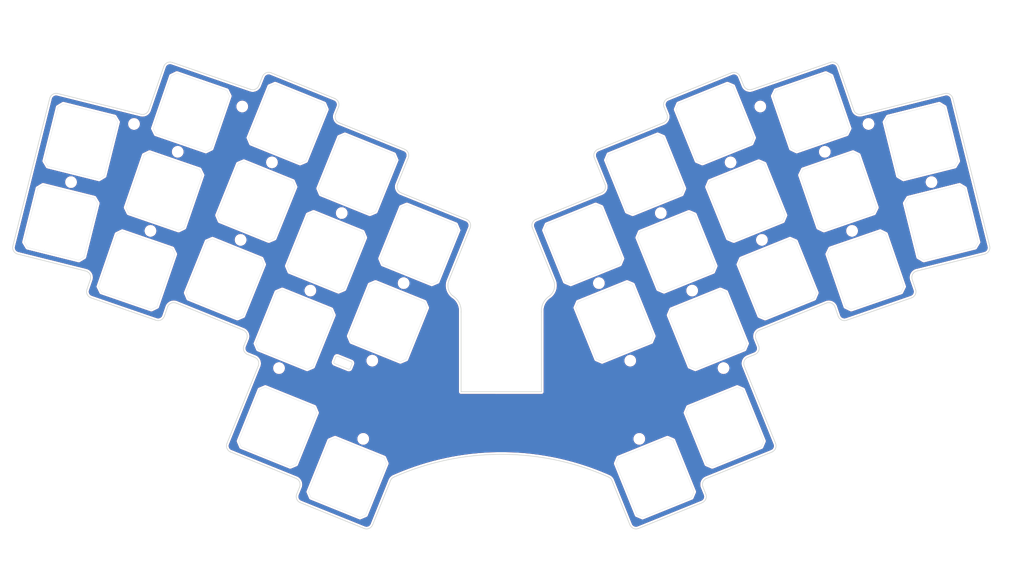
<source format=kicad_pcb>
(kicad_pcb (version 20240108) (generator "pcbnew") (generator_version "8.0")
  (title_block (title "katori-plate") (rev "0.1") (company "grassfedreeve"))
  (layers (0 "F.Cu" signal) (31 "B.Cu" signal) (34 "B.Paste" user) (35 "F.Paste" user) (36 "B.SilkS" user "B.Silkscreen") (37 "F.SilkS" user "F.Silkscreen") (38 "B.Mask" user) (39 "F.Mask" user) (44 "Edge.Cuts" user))
  (net 0 "")
  (footprint "topre2:plate_cut_1U_topre" (layer "F.Cu") (at 116.524321 94.723373 68)
    (property "Reference" "SW14")
    (property "Value" "EC_SW" (hide yes))
    (fp_line (start -7.3 -6) (end -6.3 -7) (stroke (width 0.05)) (layer "Edge.Cuts"))
    (fp_line (start -7.3 -6) (end -7.3 6) (stroke (width 0.05)) (layer "Edge.Cuts"))
    (fp_line (start 6.3 -6.999999) (end -6.3 -7) (stroke (width 0.05)) (layer "Edge.Cuts"))
    (fp_line (start 7.3 -6) (end 6.3 -6.999999) (stroke (width 0.05)) (layer "Edge.Cuts"))
    (fp_line (start -6.3 6.999999) (end -7.3 6) (stroke (width 0.05)) (layer "Edge.Cuts"))
    (fp_line (start -6.3 6.999999) (end 6.3 7) (stroke (width 0.05)) (layer "Edge.Cuts"))
    (fp_line (start 7.3 6) (end 7.3 -6) (stroke (width 0.05)) (layer "Edge.Cuts"))
    (fp_line (start 6.3 7) (end 7.3 6) (stroke (width 0.05)) (layer "Edge.Cuts"))
  )
  (footprint "topre2:plate_cut_1U_topre" (layer "F.Cu") (at 232.858641 80.975447 -71)
    (property "Reference" "SW19")
    (property "Value" "EC_SW" (hide yes))
    (fp_line (start -6.3 7) (end -7.3 6) (stroke (width 0.05)) (layer "Edge.Cuts"))
    (fp_line (start -6.3 7) (end 6.3 7) (stroke (width 0.05)) (layer "Edge.Cuts"))
    (fp_line (start 6.3 7) (end 7.3 6) (stroke (width 0.05)) (layer "Edge.Cuts"))
    (fp_line (start 7.3 6) (end 7.3 -6) (stroke (width 0.05)) (layer "Edge.Cuts"))
    (fp_line (start -7.3 -6) (end -7.3 6) (stroke (width 0.05)) (layer "Edge.Cuts"))
    (fp_line (start -7.3 -6) (end -6.3 -7) (stroke (width 0.05)) (layer "Edge.Cuts"))
    (fp_line (start 7.3 -6) (end 6.3 -7) (stroke (width 0.05)) (layer "Edge.Cuts"))
    (fp_line (start 6.3 -7) (end -6.3 -7) (stroke (width 0.05)) (layer "Edge.Cuts"))
  )
  (footprint "topre2:plate_cut_1U_topre" (layer "F.Cu") (at 60.926469 69.663847 76)
    (property "Reference" "SW1")
    (property "Value" "EC_SW" (hide yes))
    (fp_line (start -7.3 -6) (end -6.3 -7) (stroke (width 0.05)) (layer "Edge.Cuts"))
    (fp_line (start -7.3 -6) (end -7.3 6) (stroke (width 0.05)) (layer "Edge.Cuts"))
    (fp_line (start 6.3 -7) (end -6.3 -7) (stroke (width 0.05)) (layer "Edge.Cuts"))
    (fp_line (start 7.3 -6) (end 6.3 -7) (stroke (width 0.05)) (layer "Edge.Cuts"))
    (fp_line (start -6.3 7) (end -7.3 6) (stroke (width 0.05)) (layer "Edge.Cuts"))
    (fp_line (start -6.3 7) (end 6.3 7) (stroke (width 0.05)) (layer "Edge.Cuts"))
    (fp_line (start 7.3 6) (end 7.3 -6) (stroke (width 0.05)) (layer "Edge.Cuts"))
    (fp_line (start 6.3 7) (end 7.3 6) (stroke (width 0.05)) (layer "Edge.Cuts"))
  )
  (footprint "" (layer "F.Cu") (at 97.128425 92.009981)
    (property "Reference" "" (at 0 0 0) (layer "F.SilkS") (effects (font (size 1.27 1.27))))
    (property "Value" "")
    (pad "" np_thru_hole circle (at 0 0 338) (size 2.2 2.2) (drill 2.2) (layers "*.Cu" "*.Mask"))
  )
  (footprint "topre2:plate_cut_1U_topre" (layer "F.Cu") (at 203.205627 112.339876 -68)
    (property "Reference" "SW24")
    (property "Value" "EC_SW" (hide yes))
    (fp_line (start -6.3 7) (end -7.3 6) (stroke (width 0.05)) (layer "Edge.Cuts"))
    (fp_line (start -6.3 7) (end 6.3 6.999999) (stroke (width 0.05)) (layer "Edge.Cuts"))
    (fp_line (start 6.3 6.999999) (end 7.3 6) (stroke (width 0.05)) (layer "Edge.Cuts"))
    (fp_line (start 7.3 6) (end 7.3 -6) (stroke (width 0.05)) (layer "Edge.Cuts"))
    (fp_line (start -7.3 -6) (end -7.3 6) (stroke (width 0.05)) (layer "Edge.Cuts"))
    (fp_line (start -7.3 -6) (end -6.3 -6.999999) (stroke (width 0.05)) (layer "Edge.Cuts"))
    (fp_line (start 7.3 -6) (end 6.3 -7) (stroke (width 0.05)) (layer "Edge.Cuts"))
    (fp_line (start 6.3 -7) (end -6.3 -6.999999) (stroke (width 0.05)) (layer "Edge.Cuts"))
  )
  (footprint "" (layer "F.Cu") (at 178.471633 101.840889)
    (property "Reference" "" (at 0 0 0) (layer "F.SilkS") (effects (font (size 1.27 1.27))))
    (property "Value" "")
    (pad "" np_thru_hole circle (at 0 0 22) (size 2.2 2.2) (drill 2.2) (layers "*.Cu" "*.Mask"))
  )
  (footprint "topre2:plate_cut_1U_topre" (layer "F.Cu") (at 182.030386 110.649157 112)
    (property "Reference" "SW16")
    (property "Value" "EC_SW" (hide yes))
    (fp_line (start 6.3 -7) (end -6.3 -6.999999) (stroke (width 0.05)) (layer "Edge.Cuts"))
    (fp_line (start 7.3 -6) (end 6.3 -7) (stroke (width 0.05)) (layer "Edge.Cuts"))
    (fp_line (start -7.3 -6) (end -6.3 -6.999999) (stroke (width 0.05)) (layer "Edge.Cuts"))
    (fp_line (start -7.3 -6) (end -7.3 6) (stroke (width 0.05)) (layer "Edge.Cuts"))
    (fp_line (start 7.3 6) (end 7.3 -6) (stroke (width 0.05)) (layer "Edge.Cuts"))
    (fp_line (start 6.3 6.999999) (end 7.3 6) (stroke (width 0.05)) (layer "Edge.Cuts"))
    (fp_line (start -6.3 7) (end 6.3 6.999999) (stroke (width 0.05)) (layer "Edge.Cuts"))
    (fp_line (start -6.3 7) (end -7.3 6) (stroke (width 0.05)) (layer "Edge.Cuts"))
  )
  (footprint "topre2:plate_cut_1U_topre" (layer "F.Cu") (at 137.699561 93.032649 68)
    (property "Reference" "SW5")
    (property "Value" "EC_SW" (hide yes))
    (fp_line (start -7.3 -6) (end -6.3 -7) (stroke (width 0.05)) (layer "Edge.Cuts"))
    (fp_line (start -7.3 -6) (end -7.3 6) (stroke (width 0.05)) (layer "Edge.Cuts"))
    (fp_line (start 6.3 -6.999999) (end -6.3 -7) (stroke (width 0.05)) (layer "Edge.Cuts"))
    (fp_line (start 7.3 -6) (end 6.3 -6.999999) (stroke (width 0.05)) (layer "Edge.Cuts"))
    (fp_line (start -6.3 6.999999) (end -7.3 6) (stroke (width 0.05)) (layer "Edge.Cuts"))
    (fp_line (start -6.3 6.999999) (end 6.3 7) (stroke (width 0.05)) (layer "Edge.Cuts"))
    (fp_line (start 7.3 6) (end 7.3 -6) (stroke (width 0.05)) (layer "Edge.Cuts"))
    (fp_line (start 6.3 7) (end 7.3 6) (stroke (width 0.05)) (layer "Edge.Cuts"))
  )
  (footprint "" (layer "F.Cu") (at 127.023289 119.457396)
    (property "Reference" "" (at 0 0 0) (layer "F.SilkS") (effects (font (size 1.27 1.27))))
    (property "Value" "")
    (pad "" np_thru_hole circle (at 0 0 338) (size 2.2 2.2) (drill 2.2) (layers "*.Cu" "*.Mask"))
  )
  (footprint "" (layer "F.Cu") (at 127.023289 119.457396)
    (property "Reference" "" (at 0 0 0) (layer "F.SilkS") (effects (font (size 1.27 1.27))))
    (property "Value" "")
    (pad "" np_thru_hole circle (at 0 0 338) (size 2.2 2.2) (drill 2.2) (layers "*.Cu" "*.Mask"))
  )
  (footprint "Button_Switch_THT:SW_PUSH_1P1T_6x3.5mm_H5.0_APEM_MJTP1250" (layer "F.Cu") (at 117.382685 118.596099 -22)
    (property "Reference" "RESET1" (hide yes))
    (property "Value" "SW_PUSH" (hide yes))
    (fp_line (start 1.619999 1.01) (end 4.922096 1.010509) (stroke (width 0.1)) (layer "Edge.Cuts"))
    (fp_line (start 1.268899 -0.43951) (end 1.269 0.660994) (stroke (width 0.1)) (layer "Edge.Cuts"))
    (fp_line (start 5.271102 0.65951) (end 5.271102 -0.439002) (stroke (width 0.1)) (layer "Edge.Cuts"))
    (fp_line (start 4.918001 -0.788006) (end 1.617906 -0.790483) (stroke (width 0.1)) (layer "Edge.Cuts"))
    (fp_arc (start 1.619999 1.01) (mid 1.372511 0.907898) (end 1.269 0.660994) (stroke (width 0.1)) (layer "Edge.Cuts"))
    (fp_arc (start 1.268899 -0.43951) (mid 1.370988 -0.687015) (end 1.617905 -0.790509) (stroke (width 0.1)) (layer "Edge.Cuts"))
    (fp_arc (start 5.271102 0.65951) (mid 5.168997 0.906993) (end 4.922096 1.010509) (stroke (width 0.1)) (layer "Edge.Cuts"))
    (fp_arc (start 4.918001 -0.788006) (mid 5.165491 -0.685905) (end 5.269 -0.439) (stroke (width 0.1)) (layer "Edge.Cuts"))
  )
  (footprint "topre2:plate_cut_1U_topre" (layer "F.Cu") (at 93.569662 100.818228 68)
    (property "Reference" "SW22")
    (property "Value" "EC_SW" (hide yes))
    (fp_line (start -7.3 -6) (end -6.3 -7) (stroke (width 0.05)) (layer "Edge.Cuts"))
    (fp_line (start -7.3 -6) (end -7.3 6) (stroke (width 0.05)) (layer "Edge.Cuts"))
    (fp_line (start 6.3 -6.999999) (end -6.3 -7) (stroke (width 0.05)) (layer "Edge.Cuts"))
    (fp_line (start 7.3 -6) (end 6.3 -6.999999) (stroke (width 0.05)) (layer "Edge.Cuts"))
    (fp_line (start -6.3 6.999999) (end -7.3 6) (stroke (width 0.05)) (layer "Edge.Cuts"))
    (fp_line (start -6.3 6.999999) (end 6.3 7) (stroke (width 0.05)) (layer "Edge.Cuts"))
    (fp_line (start 7.3 6) (end 7.3 -6) (stroke (width 0.05)) (layer "Edge.Cuts"))
    (fp_line (start 6.3 7) (end 7.3 6) (stroke (width 0.05)) (layer "Edge.Cuts"))
  )
  (footprint "" (layer "F.Cu") (at 215.11707 61.70148)
    (property "Reference" "" (at 0 0 0) (layer "F.SilkS") (effects (font (size 1.27 1.27))))
    (property "Value" "")
    (pad "" np_thru_hole circle (at 0 0) (size 2.2 2.2) (drill 2.2) (layers "*.Cu" "*.Mask"))
  )
  (footprint "topre2:plate_cut_1U_topre" (layer "F.Cu") (at 121.40666 146.038953 -112)
    (property "Reference" "SW28")
    (property "Value" "EC_SW" (hide yes))
    (fp_line (start 6.3 7) (end 7.3 6) (stroke (width 0.05)) (layer "Edge.Cuts"))
    (fp_line (start 7.3 6) (end 7.3 -6) (stroke (width 0.05)) (layer "Edge.Cuts"))
    (fp_line (start -6.3 6.999999) (end 6.3 7) (stroke (width 0.05)) (layer "Edge.Cuts"))
    (fp_line (start -6.3 6.999999) (end -7.3 6) (stroke (width 0.05)) (layer "Edge.Cuts"))
    (fp_line (start 7.3 -6) (end 6.3 -6.999999) (stroke (width 0.05)) (layer "Edge.Cuts"))
    (fp_line (start 6.3 -6.999999) (end -6.3 -7) (stroke (width 0.05)) (layer "Edge.Cuts"))
    (fp_line (start -7.3 -6) (end -7.3 6) (stroke (width 0.05)) (layer "Edge.Cuts"))
    (fp_line (start -7.3 -6) (end -6.3 -7) (stroke (width 0.05)) (layer "Edge.Cuts"))
  )
  (footprint "" (layer "F.Cu") (at 105.848014 121.148117)
    (property "Reference" "" (at 0 0 0) (layer "F.SilkS") (effects (font (size 1.27 1.27))))
    (property "Value" "")
    (pad "" np_thru_hole circle (at 0 0 338) (size 2.2 2.2) (drill 2.2) (layers "*.Cu" "*.Mask"))
  )
  (footprint "topre2:plate_cut_1U_topre" (layer "F.Cu") (at 196.088123 94.723393 -68)
    (property "Reference" "SW17")
    (property "Value" "EC_SW" (hide yes))
    (fp_line (start -6.3 7) (end -7.3 6) (stroke (width 0.05)) (layer "Edge.Cuts"))
    (fp_line (start -6.3 7) (end 6.3 6.999999) (stroke (width 0.05)) (layer "Edge.Cuts"))
    (fp_line (start 6.3 6.999999) (end 7.3 6) (stroke (width 0.05)) (layer "Edge.Cuts"))
    (fp_line (start 7.3 6) (end 7.3 -6) (stroke (width 0.05)) (layer "Edge.Cuts"))
    (fp_line (start -7.3 -6) (end -7.3 6) (stroke (width 0.05)) (layer "Edge.Cuts"))
    (fp_line (start -7.3 -6) (end -6.3 -6.999999) (stroke (width 0.05)) (layer "Edge.Cuts"))
    (fp_line (start 7.3 -6) (end 6.3 -7) (stroke (width 0.05)) (layer "Edge.Cuts"))
    (fp_line (start 6.3 -7) (end -6.3 -6.999999) (stroke (width 0.05)) (layer "Edge.Cuts"))
  )
  (footprint "topre2:plate_cut_1U_topre" (layer "F.Cu") (at 226.672855 63.010602 -71)
    (property "Reference" "SW9")
    (property "Value" "EC_SW" (hide yes))
    (fp_line (start -6.3 7) (end -7.3 6) (stroke (width 0.05)) (layer "Edge.Cuts"))
    (fp_line (start -6.3 7) (end 6.3 7) (stroke (width 0.05)) (layer "Edge.Cuts"))
    (fp_line (start 6.3 7) (end 7.3 6) (stroke (width 0.05)) (layer "Edge.Cuts"))
    (fp_line (start 7.3 6) (end 7.3 -6) (stroke (width 0.05)) (layer "Edge.Cuts"))
    (fp_line (start -7.3 -6) (end -7.3 6) (stroke (width 0.05)) (layer "Edge.Cuts"))
    (fp_line (start -7.3 -6) (end -6.3 -7) (stroke (width 0.05)) (layer "Edge.Cuts"))
    (fp_line (start 7.3 -6) (end 6.3 -7) (stroke (width 0.05)) (layer "Edge.Cuts"))
    (fp_line (start 6.3 -7) (end -6.3 -7) (stroke (width 0.05)) (layer "Edge.Cuts"))
  )
  (footprint "" (layer "F.Cu") (at 199.646883 103.531643)
    (property "Reference" "" (at 0 0 0) (layer "F.SilkS") (effects (font (size 1.27 1.27))))
    (property "Value" "")
    (pad "" np_thru_hole circle (at 0 0 22) (size 2.2 2.2) (drill 2.2) (layers "*.Cu" "*.Mask"))
  )
  (footprint "topre2:plate_cut_1U_topre" (layer "F.Cu") (at 56.329943 88.099459 76)
    (property "Reference" "SW11")
    (property "Value" "EC_SW" (hide yes))
    (fp_line (start -7.3 -6) (end -6.3 -7) (stroke (width 0.05)) (layer "Edge.Cuts"))
    (fp_line (start -7.3 -6) (end -7.3 6) (stroke (width 0.05)) (layer "Edge.Cuts"))
    (fp_line (start 6.3 -7) (end -6.3 -7) (stroke (width 0.05)) (layer "Edge.Cuts"))
    (fp_line (start 7.3 -6) (end 6.3 -7) (stroke (width 0.05)) (layer "Edge.Cuts"))
    (fp_line (start -6.3 7) (end -7.3 6) (stroke (width 0.05)) (layer "Edge.Cuts"))
    (fp_line (start -6.3 7) (end 6.3 7) (stroke (width 0.05)) (layer "Edge.Cuts"))
    (fp_line (start 7.3 6) (end 7.3 -6) (stroke (width 0.05)) (layer "Edge.Cuts"))
    (fp_line (start 6.3 7) (end 7.3 6) (stroke (width 0.05)) (layer "Edge.Cuts"))
  )
  (footprint "" (layer "F.Cu") (at 134.14079 101.840906)
    (property "Reference" "" (at 0 0 0) (layer "F.SilkS") (effects (font (size 1.27 1.27))))
    (property "Value" "")
    (pad "" np_thru_hole circle (at 0 0 338) (size 2.2 2.2) (drill 2.2) (layers "*.Cu" "*.Mask"))
  )
  (footprint "" (layer "F.Cu") (at 215.11707 61.70148)
    (property "Reference" "" (at 0 0 0) (layer "F.SilkS") (effects (font (size 1.27 1.27))))
    (property "Value" "")
    (pad "" np_thru_hole circle (at 0 0) (size 2.2 2.2) (drill 2.2) (layers "*.Cu" "*.Mask"))
  )
  (footprint "" (layer "F.Cu") (at 104.245951 74.393491)
    (property "Reference" "" (at 0 0 0) (layer "F.SilkS") (effects (font (size 1.27 1.27))))
    (property "Value" "")
    (pad "" np_thru_hole circle (at 0 0 338) (size 2.2 2.2) (drill 2.2) (layers "*.Cu" "*.Mask"))
  )
  (footprint "" (layer "F.Cu") (at 112.965532 103.53163)
    (property "Reference" "" (at 0 0 0) (layer "F.SilkS") (effects (font (size 1.27 1.27))))
    (property "Value" "")
    (pad "" np_thru_hole circle (at 0 0 338) (size 2.2 2.2) (drill 2.2) (layers "*.Cu" "*.Mask"))
  )
  (footprint "" (layer "F.Cu") (at 185.58914 119.457392)
    (property "Reference" "" (at 0 0 0) (layer "F.SilkS") (effects (font (size 1.27 1.27))))
    (property "Value" "")
    (pad "" np_thru_hole circle (at 0 0 22) (size 2.2 2.2) (drill 2.2) (layers "*.Cu" "*.Mask"))
  )
  (footprint "" (layer "F.Cu") (at 58.628225 78.881654)
    (property "Reference" "" (at 0 0 0) (layer "F.SilkS") (effects (font (size 1.27 1.27))))
    (property "Value" "")
    (pad "" np_thru_hole circle (at 0 0 346) (size 2.2 2.2) (drill 2.2) (layers "*.Cu" "*.Mask"))
  )
  (footprint "" (layer "F.Cu") (at 120.083054 85.915146)
    (property "Reference" "" (at 0 0 0) (layer "F.SilkS") (effects (font (size 1.27 1.27))))
    (property "Value" "")
    (pad "" np_thru_hole circle (at 0 0 338) (size 2.2 2.2) (drill 2.2) (layers "*.Cu" "*.Mask"))
  )
  (footprint "" (layer "F.Cu") (at 134.14079 101.840906)
    (property "Reference" "" (at 0 0 0) (layer "F.SilkS") (effects (font (size 1.27 1.27))))
    (property "Value" "")
    (pad "" np_thru_hole circle (at 0 0 338) (size 2.2 2.2) (drill 2.2) (layers "*.Cu" "*.Mask"))
  )
  (footprint "topre2:plate_cut_1U_topre" (layer "F.Cu") (at 107.804714 65.585244 68)
    (property "Reference" "SW3")
    (property "Value" "EC_SW" (hide yes))
    (fp_line (start -7.3 -6) (end -6.3 -7) (stroke (width 0.05)) (layer "Edge.Cuts"))
    (fp_line (start -7.3 -6) (end -7.3 6) (stroke (width 0.05)) (layer "Edge.Cuts"))
    (fp_line (start 6.3 -6.999999) (end -6.3 -7) (stroke (width 0.05)) (layer "Edge.Cuts"))
    (fp_line (start 7.3 -6) (end 6.3 -6.999999) (stroke (width 0.05)) (layer "Edge.Cuts"))
    (fp_line (start -6.3 6.999999) (end -7.3 6) (stroke (width 0.05)) (layer "Edge.Cuts"))
    (fp_line (start -6.3 6.999999) (end 6.3 7) (stroke (width 0.05)) (layer "Edge.Cuts"))
    (fp_line (start 7.3 6) (end 7.3 -6) (stroke (width 0.05)) (layer "Edge.Cuts"))
    (fp_line (start 6.3 7) (end 7.3 6) (stroke (width 0.05)) (layer "Edge.Cuts"))
  )
  (footprint "topre2:plate_cut_1U_topre" (layer "F.Cu") (at 256.282485 88.099479 -76)
    (property "Reference" "SW20")
    (property "Value" "EC_SW" (hide yes))
    (fp_line (start -6.3 7) (end -7.3 6) (stroke (width 0.05)) (layer "Edge.Cuts"))
    (fp_line (start -6.3 7) (end 6.3 7) (stroke (width 0.05)) (layer "Edge.Cuts"))
    (fp_line (start 6.3 7) (end 7.3 6) (stroke (width 0.05)) (layer "Edge.Cuts"))
    (fp_line (start 7.3 6) (end 7.3 -6) (stroke (width 0.05)) (layer "Edge.Cuts"))
    (fp_line (start -7.3 -6) (end -7.3 6) (stroke (width 0.05)) (layer "Edge.Cuts"))
    (fp_line (start -7.3 -6) (end -6.3 -7) (stroke (width 0.05)) (layer "Edge.Cuts"))
    (fp_line (start 7.3 -6) (end 6.3 -7) (stroke (width 0.05)) (layer "Edge.Cuts"))
    (fp_line (start 6.3 -7) (end -6.3 -7) (stroke (width 0.05)) (layer "Edge.Cuts"))
  )
  (footprint "" (layer "F.Cu") (at 76.660883 89.957859)
    (property "Reference" "" (at 0 0 0) (layer "F.SilkS") (effects (font (size 1.27 1.27))))
    (property "Value" "")
    (pad "" np_thru_hole circle (at 0 0 341) (size 2.2 2.2) (drill 2.2) (layers "*.Cu" "*.Mask"))
  )
  (footprint "topre2:plate_cut_1U_topre" (layer "F.Cu") (at 188.970587 77.106882 -68)
    (property "Reference" "SW7")
    (property "Value" "EC_SW" (hide yes))
    (fp_line (start -6.3 7) (end -7.3 6) (stroke (width 0.05)) (layer "Edge.Cuts"))
    (fp_line (start -6.3 7) (end 6.3 6.999999) (stroke (width 0.05)) (layer "Edge.Cuts"))
    (fp_line (start 6.3 6.999999) (end 7.3 6) (stroke (width 0.05)) (layer "Edge.Cuts"))
    (fp_line (start 7.3 6) (end 7.3 -6) (stroke (width 0.05)) (layer "Edge.Cuts"))
    (fp_line (start -7.3 -6) (end -7.3 6) (stroke (width 0.05)) (layer "Edge.Cuts"))
    (fp_line (start -7.3 -6) (end -6.3 -6.999999) (stroke (width 0.05)) (layer "Edge.Cuts"))
    (fp_line (start 7.3 -6) (end 6.3 -7) (stroke (width 0.05)) (layer "Edge.Cuts"))
    (fp_line (start 6.3 -7) (end -6.3 -6.999999) (stroke (width 0.05)) (layer "Edge.Cuts"))
  )
  (footprint "topre2:plate_cut_1U_topre" (layer "F.Cu") (at 204.807719 65.585235 -68)
    (property "Reference" "SW8")
    (property "Value" "EC_SW" (hide yes))
    (fp_line (start -6.3 7) (end -7.3 6) (stroke (width 0.05)) (layer "Edge.Cuts"))
    (fp_line (start -6.3 7) (end 6.3 6.999999) (stroke (width 0.05)) (layer "Edge.Cuts"))
    (fp_line (start 6.3 6.999999) (end 7.3 6) (stroke (width 0.05)) (layer "Edge.Cuts"))
    (fp_line (start 7.3 6) (end 7.3 -6) (stroke (width 0.05)) (layer "Edge.Cuts"))
    (fp_line (start -7.3 -6) (end -7.3 6) (stroke (width 0.05)) (layer "Edge.Cuts"))
    (fp_line (start -7.3 -6) (end -6.3 -6.999999) (stroke (width 0.05)) (layer "Edge.Cuts"))
    (fp_line (start 7.3 -6) (end 6.3 -7) (stroke (width 0.05)) (layer "Edge.Cuts"))
    (fp_line (start 6.3 -7) (end -6.3 -6.999999) (stroke (width 0.05)) (layer "Edge.Cuts"))
  )
  (footprint "" (layer "F.Cu") (at 72.926468 65.663847)
    (property "Reference" "" (at 0 0 0) (layer "F.SilkS") (effects (font (size 1.27 1.27))))
    (property "Value" "")
    (pad "" np_thru_hole circle (at 0 0 338) (size 2.2 2.2) (drill 2.2) (layers "*.Cu" "*.Mask"))
  )
  (footprint "" (layer "F.Cu") (at 235.951547 89.957888)
    (property "Reference" "" (at 0 0 0) (layer "F.SilkS") (effects (font (size 1.27 1.27))))
    (property "Value" "")
    (pad "" np_thru_hole circle (at 0 0 19) (size 2.2 2.2) (drill 2.2) (layers "*.Cu" "*.Mask"))
  )
  (footprint "topre2:plate_cut_1U_topre" (layer "F.Cu") (at 174.912872 93.032666 112)
    (property "Reference" "SW6")
    (property "Value" "EC_SW" (hide yes))
    (fp_line (start 6.3 -7) (end -6.3 -6.999999) (stroke (width 0.05)) (layer "Edge.Cuts"))
    (fp_line (start 7.3 -6) (end 6.3 -7) (stroke (width 0.05)) (layer "Edge.Cuts"))
    (fp_line (start -7.3 -6) (end -6.3 -6.999999) (stroke (width 0.05)) (layer "Edge.Cuts"))
    (fp_line (start -7.3 -6) (end -7.3 6) (stroke (width 0.05)) (layer "Edge.Cuts"))
    (fp_line (start 7.3 6) (end 7.3 -6) (stroke (width 0.05)) (layer "Edge.Cuts"))
    (fp_line (start 6.3 6.999999) (end 7.3 6) (stroke (width 0.05)) (layer "Edge.Cuts"))
    (fp_line (start -6.3 7) (end 6.3 6.999999) (stroke (width 0.05)) (layer "Edge.Cuts"))
    (fp_line (start -6.3 7) (end -7.3 6) (stroke (width 0.05)) (layer "Edge.Cuts"))
  )
  (footprint "topre2:plate_cut_1U_topre" (layer "F.Cu") (at 251.685957 69.663839 -76)
    (property "Reference" "SW10")
    (property "Value" "EC_SW" (hide yes))
    (fp_line (start -6.3 7) (end -7.3 6) (stroke (width 0.05)) (layer "Edge.Cuts"))
    (fp_line (start -6.3 7) (end 6.3 7) (stroke (width 0.05)) (layer "Edge.Cuts"))
    (fp_line (start 6.3 7) (end 7.3 6) (stroke (width 0.05)) (layer "Edge.Cuts"))
    (fp_line (start 7.3 6) (end 7.3 -6) (stroke (width 0.05)) (layer "Edge.Cuts"))
    (fp_line (start -7.3 -6) (end -7.3 6) (stroke (width 0.05)) (layer "Edge.Cuts"))
    (fp_line (start -7.3 -6) (end -6.3 -7) (stroke (width 0.05)) (layer "Edge.Cuts"))
    (fp_line (start 7.3 -6) (end 6.3 -7) (stroke (width 0.05)) (layer "Edge.Cuts"))
    (fp_line (start 6.3 -7) (end -6.3 -7) (stroke (width 0.05)) (layer "Edge.Cuts"))
  )
  (footprint "topre2:plate_cut_1U_topre" (layer "F.Cu") (at 130.582034 110.649134 68)
    (property "Reference" "SW15")
    (property "Value" "EC_SW" (hide yes))
    (fp_line (start -7.3 -6) (end -6.3 -7) (stroke (width 0.05)) (layer "Edge.Cuts"))
    (fp_line (start -7.3 -6) (end -7.3 6) (stroke (width 0.05)) (layer "Edge.Cuts"))
    (fp_line (start 6.3 -6.999999) (end -6.3 -7) (stroke (width 0.05)) (layer "Edge.Cuts"))
    (fp_line (start 7.3 -6) (end 6.3 -6.999999) (stroke (width 0.05)) (layer "Edge.Cuts"))
    (fp_line (start -6.3 6.999999) (end -7.3 6) (stroke (width 0.05)) (layer "Edge.Cuts"))
    (fp_line (start -6.3 6.999999) (end 6.3 7) (stroke (width 0.05)) (layer "Edge.Cuts"))
    (fp_line (start 7.3 6) (end 7.3 -6) (stroke (width 0.05)) (layer "Edge.Cuts"))
    (fp_line (start 6.3 7) (end 7.3 6) (stroke (width 0.05)) (layer "Edge.Cuts"))
  )
  (footprint "topre2:plate_cut_1U_topre" (layer "F.Cu") (at 207.042866 134.517301 -68)
    (property "Reference" "SW30")
    (property "Value" "EC_SW" (hide yes))
    (fp_line (start -6.3 7) (end -7.3 6) (stroke (width 0.05)) (layer "Edge.Cuts"))
    (fp_line (start -6.3 7) (end 6.3 6.999999) (stroke (width 0.05)) (layer "Edge.Cuts"))
    (fp_line (start 6.3 6.999999) (end 7.3 6) (stroke (width 0.05)) (layer "Edge.Cuts"))
    (fp_line (start 7.3 6) (end 7.3 -6) (stroke (width 0.05)) (layer "Edge.Cuts"))
    (fp_line (start -7.3 -6) (end -7.3 6) (stroke (width 0.05)) (layer "Edge.Cuts"))
    (fp_line (start -7.3 -6) (end -6.3 -6.999999) (stroke (width 0.05)) (layer "Edge.Cuts"))
    (fp_line (start 7.3 -6) (end 6.3 -7) (stroke (width 0.05)) (layer "Edge.Cuts"))
    (fp_line (start 6.3 -7) (end -6.3 -6.999999) (stroke (width 0.05)) (layer "Edge.Cuts"))
  )
  (footprint "" (layer "F.Cu") (at 239.685958 65.663839)
    (property "Reference" "" (at 0 0 0) (layer "F.SilkS") (effects (font (size 1.27 1.27))))
    (property "Value" "")
    (pad "" np_thru_hole circle (at 0 0) (size 2.2 2.2) (drill 2.2) (layers "*.Cu" "*.Mask"))
  )
  (footprint "topre2:plate_cut_1U_topre" (layer "F.Cu") (at 85.939574 63.010586 71)
    (property "Reference" "SW2")
    (property "Value" "EC_SW" (hide yes))
    (fp_line (start -7.3 -6) (end -6.3 -7) (stroke (width 0.05)) (layer "Edge.Cuts"))
    (fp_line (start -7.3 -6) (end -7.3 6) (stroke (width 0.05)) (layer "Edge.Cuts"))
    (fp_line (start 6.3 -7) (end -6.3 -7) (stroke (width 0.05)) (layer "Edge.Cuts"))
    (fp_line (start 7.3 -6) (end 6.3 -7) (stroke (width 0.05)) (layer "Edge.Cuts"))
    (fp_line (start -6.3 7) (end -7.3 6) (stroke (width 0.05)) (layer "Edge.Cuts"))
    (fp_line (start -6.3 7) (end 6.3 7) (stroke (width 0.05)) (layer "Edge.Cuts"))
    (fp_line (start 7.3 6) (end 7.3 -6) (stroke (width 0.05)) (layer "Edge.Cuts"))
    (fp_line (start 6.3 7) (end 7.3 6) (stroke (width 0.05)) (layer "Edge.Cuts"))
  )
  (footprint "" (layer "F.Cu") (at 124.96542 137.230725)
    (property "Reference" "" (at 0 0 0) (layer "F.SilkS") (effects (font (size 1.27 1.27))))
    (property "Value" "")
    (pad "" np_thru_hole circle (at 0 0 338) (size 2.2 2.2) (drill 2.2) (layers "*.Cu" "*.Mask"))
  )
  (footprint "topre2:plate_cut_1U_topre" (layer "F.Cu") (at 191.205756 146.038927 -68)
    (property "Reference" "SW29")
    (property "Value" "EC_SW" (hide yes))
    (fp_line (start -6.3 7) (end -7.3 6) (stroke (width 0.05)) (layer "Edge.Cuts"))
    (fp_line (start -6.3 7) (end 6.3 6.999999) (stroke (width 0.05)) (layer "Edge.Cuts"))
    (fp_line (start 6.3 6.999999) (end 7.3 6) (stroke (width 0.05)) (layer "Edge.Cuts"))
    (fp_line (start 7.3 6) (end 7.3 -6) (stroke (width 0.05)) (layer "Edge.Cuts"))
    (fp_line (start -7.3 -6) (end -7.3 6) (stroke (width 0.05)) (layer "Edge.Cuts"))
    (fp_line (start -7.3 -6) (end -6.3 -6.999999) (stroke (width 0.05)) (layer "Edge.Cuts"))
    (fp_line (start 7.3 -6) (end 6.3 -7) (stroke (width 0.05)) (layer "Edge.Cuts"))
    (fp_line (start 6.3 -7) (end -6.3 -6.999999) (stroke (width 0.05)) (layer "Edge.Cuts"))
  )
  (footprint "" (layer "F.Cu") (at 229.765743 71.993016)
    (property "Reference" "" (at 0 0 0) (layer "F.SilkS") (effects (font (size 1.27 1.27))))
    (property "Value" "")
    (pad "" np_thru_hole circle (at 0 0 19) (size 2.2 2.2) (drill 2.2) (layers "*.Cu" "*.Mask"))
  )
  (footprint "" (layer "F.Cu") (at 208.366487 74.393481)
    (property "Reference" "" (at 0 0 0) (layer "F.SilkS") (effects (font (size 1.27 1.27))))
    (property "Value" "")
    (pad "" np_thru_hole circle (at 0 0 22) (size 2.2 2.2) (drill 2.2) (layers "*.Cu" "*.Mask"))
  )
  (footprint "" (layer "F.Cu") (at 215.484 92.01)
    (property "Reference" "" (at 0 0 0) (layer "F.SilkS") (effects (font (size 1.27 1.27))))
    (property "Value" "")
    (pad "" np_thru_hole circle (at 0 0 22) (size 2.2 2.2) (drill 2.2) (layers "*.Cu" "*.Mask"))
  )
  (footprint "topre2:plate_cut_1U_topre" (layer "F.Cu") (at 73.567993 98.940293 71)
    (property "Reference" "SW21")
    (property "Value" "EC_SW" (hide yes))
    (fp_line (start -7.3 -6) (end -6.3 -7) (stroke (width 0.05)) (layer "Edge.Cuts"))
    (fp_line (start -7.3 -6) (end -7.3 6) (stroke (width 0.05)) (layer "Edge.Cuts"))
    (fp_line (start 6.3 -7) (end -6.3 -7) (stroke (width 0.05)) (layer "Edge.Cuts"))
    (fp_line (start 7.3 -6) (end 6.3 -7) (stroke (width 0.05)) (layer "Edge.Cuts"))
    (fp_line (start -6.3 7) (end -7.3 6) (stroke (width 0.05)) (layer "Edge.Cuts"))
    (fp_line (start -6.3 7) (end 6.3 7) (stroke (width 0.05)) (layer "Edge.Cuts"))
    (fp_line (start 7.3 6) (end 7.3 -6) (stroke (width 0.05)) (layer "Edge.Cuts"))
    (fp_line (start 6.3 7) (end 7.3 6) (stroke (width 0.05)) (layer "Edge.Cuts"))
  )
  (footprint "" (layer "F.Cu") (at 253.98421 78.881653)
    (property "Reference" "" (at 0 0 0) (layer "F.SilkS") (effects (font (size 1.27 1.27))))
    (property "Value" "")
    (pad "" np_thru_hole circle (at 0 0 13) (size 2.2 2.2) (drill 2.2) (layers "*.Cu" "*.Mask"))
  )
  (footprint "" (layer "F.Cu") (at 82.846693 71.993007)
    (property "Reference" "" (at 0 0 0) (layer "F.SilkS") (effects (font (size 1.27 1.27))))
    (property "Value" "")
    (pad "" np_thru_hole circle (at 0 0 341) (size 2.2 2.2) (drill 2.2) (layers "*.Cu" "*.Mask"))
  )
  (footprint "topre2:plate_cut_1U_topre" (layer "F.Cu") (at 211.92523 83.201731 -68)
    (property "Reference" "SW18")
    (property "Value" "EC_SW" (hide yes))
    (fp_line (start -6.3 7) (end -7.3 6) (stroke (width 0.05)) (layer "Edge.Cuts"))
    (fp_line (start -6.3 7) (end 6.3 6.999999) (stroke (width 0.05)) (layer "Edge.Cuts"))
    (fp_line (start 6.3 6.999999) (end 7.3 6) (stroke (width 0.05)) (layer "Edge.Cuts"))
    (fp_line (start 7.3 6) (end 7.3 -6) (stroke (width 0.05)) (layer "Edge.Cuts"))
    (fp_line (start -7.3 -6) (end -7.3 6) (stroke (width 0.05)) (layer "Edge.Cuts"))
    (fp_line (start -7.3 -6) (end -6.3 -6.999999) (stroke (width 0.05)) (layer "Edge.Cuts"))
    (fp_line (start 7.3 -6) (end 6.3 -7) (stroke (width 0.05)) (layer "Edge.Cuts"))
    (fp_line (start 6.3 -7) (end -6.3 -6.999999) (stroke (width 0.05)) (layer "Edge.Cuts"))
  )
  (footprint "" (layer "F.Cu") (at 206.764384 121.148132)
    (property "Reference" "" (at 0 0 0) (layer "F.SilkS") (effects (font (size 1.27 1.27))))
    (property "Value" "")
    (pad "" np_thru_hole circle (at 0 0 22) (size 2.2 2.2) (drill 2.2) (layers "*.Cu" "*.Mask"))
  )
  (footprint "" (layer "F.Cu") (at 192.529373 85.91515)
    (property "Reference" "" (at 0 0 0) (layer "F.SilkS") (effects (font (size 1.27 1.27))))
    (property "Value" "")
    (pad "" np_thru_hole circle (at 0 0 88) (size 2.2 2.2) (drill 2.2) (layers "*.Cu" "*.Mask"))
  )
  (footprint "topre2:plate_cut_1U_topre" (layer "F.Cu") (at 105.569556 134.517307 68)
    (property "Reference" "SW27")
    (property "Value" "EC_SW" (hide yes))
    (fp_line (start -7.3 -6) (end -6.3 -7) (stroke (width 0.05)) (layer "Edge.Cuts"))
    (fp_line (start -7.3 -6) (end -7.3 6) (stroke (width 0.05)) (layer "Edge.Cuts"))
    (fp_line (start 6.3 -6.999999) (end -6.3 -7) (stroke (width 0.05)) (layer "Edge.Cuts"))
    (fp_line (start 7.3 -6) (end 6.3 -6.999999) (stroke (width 0.05)) (layer "Edge.Cuts"))
    (fp_line (start -6.3 6.999999) (end -7.3 6) (stroke (width 0.05)) (layer "Edge.Cuts"))
    (fp_line (start -6.3 6.999999) (end 6.3 7) (stroke (width 0.05)) (layer "Edge.Cuts"))
    (fp_line (start 7.3 6) (end 7.3 -6) (stroke (width 0.05)) (layer "Edge.Cuts"))
    (fp_line (start 6.3 7) (end 7.3 6) (stroke (width 0.05)) (layer "Edge.Cuts"))
  )
  (footprint "topre2:plate_cut_1U_topre" (layer "F.Cu") (at 109.406781 112.33987 68)
    (property "Reference" "SW23")
    (property "Value" "EC_SW" (hide yes))
    (fp_line (start -7.3 -6) (end -6.3 -7) (stroke (width 0.05)) (layer "Edge.Cuts"))
    (fp_line (start -7.3 -6) (end -7.3 6) (stroke (width 0.05)) (layer "Edge.Cuts"))
    (fp_line (start 6.3 -6.999999) (end -6.3 -7) (stroke (width 0.05)) (layer "Edge.Cuts"))
    (fp_line (start 7.3 -6) (end 6.3 -6.999999) (stroke (width 0.05)) (layer "Edge.Cuts"))
    (fp_line (start -6.3 6.999999) (end -7.3 6) (stroke (width 0.05)) (layer "Edge.Cuts"))
    (fp_line (start -6.3 6.999999) (end 6.3 7) (stroke (width 0.05)) (layer "Edge.Cuts"))
    (fp_line (start 7.3 6) (end 7.3 -6) (stroke (width 0.05)) (layer "Edge.Cuts"))
    (fp_line (start 6.3 7) (end 7.3 6) (stroke (width 0.05)) (layer "Edge.Cuts"))
  )
  (footprint "topre2:plate_cut_1U_topre" (layer "F.Cu") (at 100.687187 83.201718 68)
    (property "Reference" "SW13")
    (property "Value" "EC_SW" (hide yes))
    (fp_line (start -7.3 -6) (end -6.3 -7) (stroke (width 0.05)) (layer "Edge.Cuts"))
    (fp_line (start -7.3 -6) (end -7.3 6) (stroke (width 0.05)) (layer "Edge.Cuts"))
    (fp_line (start 6.3 -6.999999) (end -6.3 -7) (stroke (width 0.05)) (layer "Edge.Cuts"))
    (fp_line (start 7.3 -6) (end 6.3 -6.999999) (stroke (width 0.05)) (layer "Edge.Cuts"))
    (fp_line (start -6.3 6.999999) (end -7.3 6) (stroke (width 0.05)) (layer "Edge.Cuts"))
    (fp_line (start -6.3 6.999999) (end 6.3 7) (stroke (width 0.05)) (layer "Edge.Cuts"))
    (fp_line (start 7.3 6) (end 7.3 -6) (stroke (width 0.05)) (layer "Edge.Cuts"))
    (fp_line (start 6.3 7) (end 7.3 6) (stroke (width 0.05)) (layer "Edge.Cuts"))
  )
  (footprint "" (layer "F.Cu") (at 187.646996 137.230686)
    (property "Reference" "" (at 0 0 0) (layer "F.SilkS") (effects (font (size 1.27 1.27))))
    (property "Value" "")
    (pad "" np_thru_hole circle (at 0 0 22) (size 2.2 2.2) (drill 2.2) (layers "*.Cu" "*.Mask"))
  )
  (footprint "topre2:plate_cut_1U_topre" (layer "F.Cu") (at 239.044444 98.940314 -71)
    (property "Reference" "SW26")
    (property "Value" "EC_SW" (hide yes))
    (fp_line (start -6.3 7) (end -7.3 6) (stroke (width 0.05)) (layer "Edge.Cuts"))
    (fp_line (start -6.3 7) (end 6.3 7) (stroke (width 0.05)) (layer "Edge.Cuts"))
    (fp_line (start 6.3 7) (end 7.3 6) (stroke (width 0.05)) (layer "Edge.Cuts"))
    (fp_line (start 7.3 6) (end 7.3 -6) (stroke (width 0.05)) (layer "Edge.Cuts"))
    (fp_line (start -7.3 -6) (end -7.3 6) (stroke (width 0.05)) (layer "Edge.Cuts"))
    (fp_line (start -7.3 -6) (end -6.3 -7) (stroke (width 0.05)) (layer "Edge.Cuts"))
    (fp_line (start 7.3 -6) (end 6.3 -7) (stroke (width 0.05)) (layer "Edge.Cuts"))
    (fp_line (start 6.3 -7) (end -6.3 -7) (stroke (width 0.05)) (layer "Edge.Cuts"))
  )
  (footprint "topre2:plate_cut_1U_topre" (layer "F.Cu") (at 79.753766 80.975444 71)
    (property "Reference" "SW12")
    (property "Value" "EC_SW" (hide yes))
    (fp_line (start -7.3 -6) (end -6.3 -7) (stroke (width 0.05)) (layer "Edge.Cuts"))
    (fp_line (start -7.3 -6) (end -7.3 6) (stroke (width 0.05)) (layer "Edge.Cuts"))
    (fp_line (start 6.3 -7) (end -6.3 -7) (stroke (width 0.05)) (layer "Edge.Cuts"))
    (fp_line (start 7.3 -6) (end 6.3 -7) (stroke (width 0.05)) (layer "Edge.Cuts"))
    (fp_line (start -6.3 7) (end -7.3 6) (stroke (width 0.05)) (layer "Edge.Cuts"))
    (fp_line (start -6.3 7) (end 6.3 7) (stroke (width 0.05)) (layer "Edge.Cuts"))
    (fp_line (start 7.3 6) (end 7.3 -6) (stroke (width 0.05)) (layer "Edge.Cuts"))
    (fp_line (start 6.3 7) (end 7.3 6) (stroke (width 0.05)) (layer "Edge.Cuts"))
  )
  (footprint "" (layer "F.Cu") (at 97.49536 61.70146)
    (property "Reference" "" (at 0 0 0) (layer "F.SilkS") (effects (font (size 1.27 1.27))))
    (property "Value" "")
    (pad "" np_thru_hole circle (at 0 0 338) (size 2.2 2.2) (drill 2.2) (layers "*.Cu" "*.Mask"))
  )
  (footprint "" (layer "F.Cu") (at 239.685958 65.663839)
    (property "Reference" "" (at 0 0 0) (layer "F.SilkS") (effects (font (size 1.27 1.27))))
    (property "Value" "")
    (pad "" np_thru_hole circle (at 0 0) (size 2.2 2.2) (drill 2.2) (layers "*.Cu" "*.Mask"))
  )
  (footprint "topre2:plate_cut_1U_topre" (layer "F.Cu") (at 123.641813 77.10688 68)
    (property "Reference" "SW4")
    (property "Value" "EC_SW" (hide yes))
    (fp_line (start -7.3 -6) (end -6.3 -7) (stroke (width 0.05)) (layer "Edge.Cuts"))
    (fp_line (start -7.3 -6) (end -7.3 6) (stroke (width 0.05)) (layer "Edge.Cuts"))
    (fp_line (start 6.3 -6.999999) (end -6.3 -7) (stroke (width 0.05)) (layer "Edge.Cuts"))
    (fp_line (start 7.3 -6) (end 6.3 -6.999999) (stroke (width 0.05)) (layer "Edge.Cuts"))
    (fp_line (start -6.3 6.999999) (end -7.3 6) (stroke (width 0.05)) (layer "Edge.Cuts"))
    (fp_line (start -6.3 6.999999) (end 6.3 7) (stroke (width 0.05)) (layer "Edge.Cuts"))
    (fp_line (start 7.3 6) (end 7.3 -6) (stroke (width 0.05)) (layer "Edge.Cuts"))
    (fp_line (start 6.3 7) (end 7.3 6) (stroke (width 0.05)) (layer "Edge.Cuts"))
  )
  (footprint "topre2:plate_cut_1U_topre" (layer "F.Cu") (at 219.042757 100.818238 -68)
    (property "Reference" "SW25")
    (property "Value" "EC_SW" (hide yes))
    (fp_line (start -6.3 7) (end -7.3 6) (stroke (width 0.05)) (layer "Edge.Cuts"))
    (fp_line (start -6.3 7) (end 6.3 6.999999) (stroke (width 0.05)) (layer "Edge.Cuts"))
    (fp_line (start 6.3 6.999999) (end 7.3 6) (stroke (width 0.05)) (layer "Edge.Cuts"))
    (fp_line (start 7.3 6) (end 7.3 -6) (stroke (width 0.05)) (layer "Edge.Cuts"))
    (fp_line (start -7.3 -6) (end -7.3 6) (stroke (width 0.05)) (layer "Edge.Cuts"))
    (fp_line (start -7.3 -6) (end -6.3 -6.999999) (stroke (width 0.05)) (layer "Edge.Cuts"))
    (fp_line (start 7.3 -6) (end 6.3 -7) (stroke (width 0.05)) (layer "Edge.Cuts"))
    (fp_line (start 6.3 -7) (end -6.3 -6.999999) (stroke (width 0.05)) (layer "Edge.Cuts"))
  )
  (gr_line (start 79.821869 109.343128) (end 80.531161 107.283172) (stroke (width 0.15)) (layer "Edge.Cuts"))
  (gr_line (start 213.227506 57.804327) (end 231.0201 51.677826) (stroke (width 0.15)) (layer "Edge.Cuts"))
  (gr_arc (start 165.425809 108.382664) (mid 165.86435 106.292484) (end 167.309936 104.720398) (stroke (width 0.15)) (layer "Edge.Cuts"))
  (gr_arc (start 202.094925 148.164575) (mid 202.104928 147.016557) (end 202.923788 146.211875) (stroke (width 0.15)) (layer "Edge.Cuts"))
  (gr_line (start 55.608034 58.753118) (end 74.499651 63.46331) (stroke (width 0.15)) (layer "Edge.Cuts"))
  (gr_line (start 238.112778 63.463341) (end 257.004392 58.753127) (stroke (width 0.15)) (layer "Edge.Cuts"))
  (gr_arc (start 127.107551 156.754829) (mid 126.30287 157.573685) (end 125.154856 157.583689) (stroke (width 0.15)) (layer "Edge.Cuts"))
  (gr_arc (start 110.690806 151.739848) (mid 109.872025 150.935129) (end 109.861927 149.787142) (stroke (width 0.15)) (layer "Edge.Cuts"))
  (gr_line (start 110.517484 148.164575) (end 109.861927 149.787142) (stroke (width 0.15)) (layer "Edge.Cuts"))
  (gr_arc (start 238.112778 63.463341) (mid 237.034154 63.326117) (end 236.331616 62.496235) (stroke (width 0.15)) (layer "Edge.Cuts"))
  (gr_line (start 164.196977 87.331788) (end 179.031924 81.338077) (stroke (width 0.15)) (layer "Edge.Cuts"))
  (gr_line (start 46.511765 95.236222) (end 61.956869 99.087119) (stroke (width 0.15)) (layer "Edge.Cuts"))
  (gr_arc (start 208.55588 54.0405) (mid 209.703896 54.050525) (end 210.50859 54.86937) (stroke (width 0.15)) (layer "Edge.Cuts"))
  (gr_arc (start 187.457556 157.583676) (mid 186.309565 157.573633) (end 185.504871 156.754822) (stroke (width 0.15)) (layer "Edge.Cuts"))
  (gr_line (start 119.522755 65.412293) (end 134.357701 71.406024) (stroke (width 0.15)) (layer "Edge.Cuts"))
  (gr_arc (start 53.789703 59.845668) (mid 54.472562 58.922751) (end 55.608034 58.753118) (stroke (width 0.15)) (layer "Edge.Cuts"))
  (gr_line (start 211.47009 120.648995) (end 218.587611 138.265503) (stroke (width 0.15)) (layer "Edge.Cuts"))
  (gr_arc (start 231.0201 51.677826) (mid 232.166034 51.74789) (end 232.926742 52.607776) (stroke (width 0.15)) (layer "Edge.Cuts"))
  (gr_line (start 187.457556 157.583676) (end 201.921634 151.739836) (stroke (width 0.15)) (layer "Edge.Cuts"))
  (gr_arc (start 230.101076 106.380745) (mid 231.285069 106.406504) (end 232.081247 107.283184) (stroke (width 0.15)) (layer "Edge.Cuts"))
  (gr_arc (start 214.094823 114.465497) (mid 214.105014 113.317574) (end 214.923678 112.512825) (stroke (width 0.15)) (layer "Edge.Cuts"))
  (gr_arc (start 79.685663 52.607755) (mid 80.446413 51.747963) (end 81.592303 51.677838) (stroke (width 0.15)) (layer "Edge.Cuts"))
  (gr_line (start 133.580486 81.33809) (end 148.415431 87.331771) (stroke (width 0.15)) (layer "Edge.Cuts"))
  (gr_arc (start 213.227506 57.804327) (mid 212.117148 57.750911) (end 211.34839 56.947942) (stroke (width 0.15)) (layer "Edge.Cuts"))
  (gr_line (start 202.923788 146.211875) (end 217.758731 140.218177) (stroke (width 0.15)) (layer "Edge.Cuts"))
  (gr_line (start 250.377206 103.28757) (end 249.60017 101.03093) (stroke (width 0.15)) (layer "Edge.Cuts"))
  (gr_arc (start 131.945304 145.906958) (mid 156.306208 140.738942) (end 180.667111 145.906963) (stroke (width 0.15)) (layer "Edge.Cuts"))
  (gr_arc (start 118.52058 59.884368) (mid 119.339484 60.689024) (end 119.349482 61.837055) (stroke (width 0.15)) (layer "Edge.Cuts"))
  (gr_line (start 118.693896 63.459624) (end 119.349482 61.837055) (stroke (width 0.15)) (layer "Edge.Cuts"))
  (gr_line (start 94.853689 140.218185) (end 109.688602 146.211876) (stroke (width 0.15)) (layer "Edge.Cuts"))
  (gr_arc (start 257.004388 58.753132) (mid 258.139844 58.922805) (end 258.822721 59.845677) (stroke (width 0.15)) (layer "Edge.Cuts"))
  (gr_line (start 76.280798 62.496232) (end 79.685663 52.607755) (stroke (width 0.15)) (layer "Edge.Cuts"))
  (gr_arc (start 234.697185 110.273045) (mid 233.551241 110.203042) (end 232.790547 109.343143) (stroke (width 0.15)) (layer "Edge.Cuts"))
  (gr_line (start 214.923678 112.512825) (end 230.101083 106.380749) (stroke (width 0.15)) (layer "Edge.Cuts"))
  (gr_arc (start 63.165146 105.194183) (mid 62.305494 104.433382) (end 62.235227 103.287571) (stroke (width 0.15)) (layer "Edge.Cuts"))
  (gr_arc (start 211.470091 120.64903) (mid 211.480125 119.501026) (end 212.298938 118.696314) (stroke (width 0.15)) (layer "Edge.Cuts"))
  (gr_arc (start 133.580486 81.33809) (mid 132.761693 80.533376) (end 132.751641 79.385384) (stroke (width 0.15)) (layer "Edge.Cuts"))
  (gr_line (start 82.511366 106.380744) (end 97.688733 112.512816) (stroke (width 0.15)) (layer "Edge.Cuts"))
  (gr_line (start 102.103826 54.869368) (end 101.264032 56.947948) (stroke (width 0.15)) (layer "Edge.Cuts"))
  (gr_arc (start 163.368127 89.284459) (mid 163.378273 88.136519) (end 164.196977 87.331788) (stroke (width 0.15)) (layer "Edge.Cuts"))
  (gr_arc (start 98.690904 118.040761) (mid 97.87202 117.236095) (end 97.862033 116.088072) (stroke (width 0.15)) (layer "Edge.Cuts"))
  (gr_line (start 45.419216 93.417896) (end 53.789703 59.845668) (stroke (width 0.15)) (layer "Edge.Cuts"))
  (gr_arc (start 97.688733 112.512816) (mid 98.507532 113.317504) (end 98.517602 114.465481) (stroke (width 0.15)) (layer "Edge.Cuts"))
  (gr_line (start 149.244305 89.284448) (end 144.406344 101.258831) (stroke (width 0.15)) (layer "Edge.Cuts"))
  (gr_arc (start 202.750499 149.787143) (mid 202.740472 150.935149) (end 201.921634 151.739836) (stroke (width 0.15)) (layer "Edge.Cuts"))
  (gr_line (start 165.425809 108.382664) (end 165.434042 126.525335) (stroke (width 0.15)) (layer "Edge.Cuts"))
  (gr_line (start 212.298938 118.696314) (end 213.921526 118.040769) (stroke (width 0.15)) (layer "Edge.Cuts"))
  (gr_line (start 110.690806 151.739848) (end 125.154856 157.583689) (stroke (width 0.15)) (layer "Edge.Cuts"))
  (gr_line (start 163.36813 89.28447) (end 168.206086 101.258848) (stroke (width 0.15)) (layer "Edge.Cuts"))
  (gr_line (start 234.697185 110.273045) (end 249.447275 105.194175) (stroke (width 0.15)) (layer "Edge.Cuts"))
  (gr_line (start 178.254705 71.406021) (end 193.089649 65.412306) (stroke (width 0.15)) (layer "Edge.Cuts"))
  (gr_line (start 94.024827 138.265493) (end 101.142323 120.648988) (stroke (width 0.15)) (layer "Edge.Cuts"))
  (gr_arc (start 100.313479 118.696322) (mid 101.132354 119.500978) (end 101.142323 120.648988) (stroke (width 0.15)) (layer "Edge.Cuts"))
  (gr_arc (start 168.20908 101.25764) (mid 168.331409 103.137519) (end 167.309936 104.720397) (stroke (width 0.15)) (layer "Edge.Cuts"))
  (gr_arc (start 134.357698 71.406022) (mid 135.176513 72.21071) (end 135.186563 73.3587) (stroke (width 0.15)) (layer "Edge.Cuts"))
  (gr_line (start 127.107543 156.754826) (end 131.16355 146.715854) (stroke (width 0.15)) (layer "Edge.Cuts"))
  (gr_arc (start 193.262976 61.837038) (mid 193.272999 60.689045) (end 194.091822 59.884359) (stroke (width 0.15)) (layer "Edge.Cuts"))
  (gr_line (start 193.262971 61.83704) (end 193.918528 63.459619) (stroke (width 0.15)) (layer "Edge.Cuts"))
  (gr_arc (start 102.103826 54.869368) (mid 102.908489 54.050454) (end 104.056532 54.040495) (stroke (width 0.15)) (layer "Edge.Cuts"))
  (gr_arc (start 79.821871 109.34312) (mid 79.061099 110.202836) (end 77.915257 110.273046) (stroke (width 0.15)) (layer "Edge.Cuts"))
  (gr_arc (start 80.531161 107.283172) (mid 81.327399 106.40656) (end 82.511366 106.380744) (stroke (width 0.15)) (layer "Edge.Cuts"))
  (gr_line (start 232.081242 107.283172) (end 232.790547 109.343143) (stroke (width 0.15)) (layer "Edge.Cuts"))
  (gr_arc (start 46.511765 95.236222) (mid 45.588956 94.553302) (end 45.419216 93.417896) (stroke (width 0.15)) (layer "Edge.Cuts"))
  (gr_arc (start 214.750392 116.088061) (mid 214.740419 117.236096) (end 213.921526 118.040769) (stroke (width 0.15)) (layer "Edge.Cuts"))
  (gr_arc (start 145.305048 104.718368) (mid 144.284197 103.137061) (end 144.406345 101.258831) (stroke (width 0.15)) (layer "Edge.Cuts"))
  (gr_arc (start 148.415438 87.33177) (mid 149.234315 88.136446) (end 149.244307 89.284472) (stroke (width 0.15)) (layer "Edge.Cuts"))
  (gr_arc (start 250.377206 103.28757) (mid 250.307077 104.433451) (end 249.447275 105.194175) (stroke (width 0.15)) (layer "Edge.Cuts"))
  (gr_arc (start 94.853689 140.218185) (mid 94.034748 139.413542) (end 94.024827 138.265493) (stroke (width 0.15)) (layer "Edge.Cuts"))
  (gr_line (start 63.012252 101.030909) (end 62.235227 103.287571) (stroke (width 0.15)) (layer "Edge.Cuts"))
  (gr_line (start 98.517602 114.465481) (end 97.862033 116.088072) (stroke (width 0.15)) (layer "Edge.Cuts"))
  (gr_arc (start 218.587604 138.265513) (mid 218.577599 139.413519) (end 217.758731 140.218177) (stroke (width 0.15)) (layer "Edge.Cuts"))
  (gr_line (start 98.690911 118.040758) (end 100.313478 118.696319) (stroke (width 0.15)) (layer "Edge.Cuts"))
  (gr_line (start 208.55588 54.0405) (end 194.091822 59.884359) (stroke (width 0.15)) (layer "Edge.Cuts"))
  (gr_line (start 81.592303 51.677838) (end 99.384902 57.804328) (stroke (width 0.15)) (layer "Edge.Cuts"))
  (gr_arc (start 109.688621 146.211891) (mid 110.507495 147.016558) (end 110.517484 148.164575) (stroke (width 0.15)) (layer "Edge.Cuts"))
  (gr_arc (start 180.667109 145.906965) (mid 181.136685 146.23535) (end 181.448863 146.715852) (stroke (width 0.15)) (layer "Edge.Cuts"))
  (gr_line (start 147.187892 126.52296) (end 165.434042 126.525335) (stroke (width 0.15)) (layer "Edge.Cuts"))
  (gr_line (start 63.165151 105.194185) (end 77.915243 110.27305) (stroke (width 0.15)) (layer "Edge.Cuts"))
  (gr_arc (start 177.425861 73.358688) (mid 177.435917 72.210714) (end 178.254705 71.406021) (stroke (width 0.15)) (layer "Edge.Cuts"))
  (gr_line (start 214.750392 116.088061) (end 214.094823 114.465497) (stroke (width 0.15)) (layer "Edge.Cuts"))
  (gr_line (start 202.750499 149.787143) (end 202.094937 148.164568) (stroke (width 0.15)) (layer "Edge.Cuts"))
  (gr_arc (start 119.522752 65.412299) (mid 118.703927 64.607617) (end 118.693896 63.459624) (stroke (width 0.15)) (layer "Edge.Cuts"))
  (gr_arc (start 193.918528 63.459619) (mid 193.908516 64.607634) (end 193.089649 65.412306) (stroke (width 0.15)) (layer "Edge.Cuts"))
  (gr_line (start 211.34839 56.947942) (end 210.50859 54.86937) (stroke (width 0.15)) (layer "Edge.Cuts"))
  (gr_line (start 177.425874 73.358705) (end 179.860783 79.385406) (stroke (width 0.15)) (layer "Edge.Cuts"))
  (gr_line (start 132.751641 79.385384) (end 135.186563 73.3587) (stroke (width 0.15)) (layer "Edge.Cuts"))
  (gr_arc (start 76.280798 62.496232) (mid 75.578233 63.326041) (end 74.499651 63.46331) (stroke (width 0.15)) (layer "Edge.Cuts"))
  (gr_line (start 147.187892 108.382682) (end 147.187892 126.52296) (stroke (width 0.15)) (layer "Edge.Cuts"))
  (gr_arc (start 249.60018 101.030918) (mid 249.700165 99.82678) (end 250.655573 99.08709) (stroke (width 0.15)) (layer "Edge.Cuts"))
  (gr_line (start 258.822721 59.845677) (end 267.193213 93.417908) (stroke (width 0.15)) (layer "Edge.Cuts"))
  (gr_arc (start 61.956869 99.087119) (mid 62.912119 99.82687) (end 63.012252 101.030909) (stroke (width 0.15)) (layer "Edge.Cuts"))
  (gr_line (start 181.448863 146.715852) (end 185.504871 156.754822) (stroke (width 0.15)) (layer "Edge.Cuts"))
  (gr_arc (start 179.860783 79.385406) (mid 179.850785 80.533412) (end 179.031924 81.338077) (stroke (width 0.15)) (layer "Edge.Cuts"))
  (gr_line (start 118.52058 59.884368) (end 104.056532 54.040495) (stroke (width 0.15)) (layer "Edge.Cuts"))
  (gr_arc (start 101.264033 56.947959) (mid 100.495333 57.751074) (end 99.384902 57.804328) (stroke (width 0.15)) (layer "Edge.Cuts"))
  (gr_line (start 232.926742 52.607776) (end 236.331616 62.496235) (stroke (width 0.15)) (layer "Edge.Cuts"))
  (gr_arc (start 267.193228 93.41791) (mid 267.023553 94.553362) (end 266.100644 95.236213) (stroke (width 0.15)) (layer "Edge.Cuts"))
  (gr_line (start 250.655573 99.08709) (end 266.100644 95.236213) (stroke (width 0.15)) (layer "Edge.Cuts"))
  (gr_arc (start 145.303765 104.720416) (mid 146.749351 106.292502) (end 147.187892 108.382682) (stroke (width 0.15)) (layer "Edge.Cuts"))
  (gr_arc (start 131.16355 146.715854) (mid 131.475729 146.235349) (end 131.945304 145.906958) (stroke (width 0.15)) (layer "Edge.Cuts"))
  (zone (net 0) (net_name "") (layers "F&B.Cu") (connect_pads (clearance 0.5)) (min_thickness 0.25) (fill yes (thermal_gap 0.5) (thermal_bridge_width 0.5) (island_removal_mode 1) (island_area_min 10))
    (polygon (pts (xy 42.5 37.5) (xy 275 37.5) (xy 275 167.5) (xy 42.5 167.5)))
  )
)
</source>
